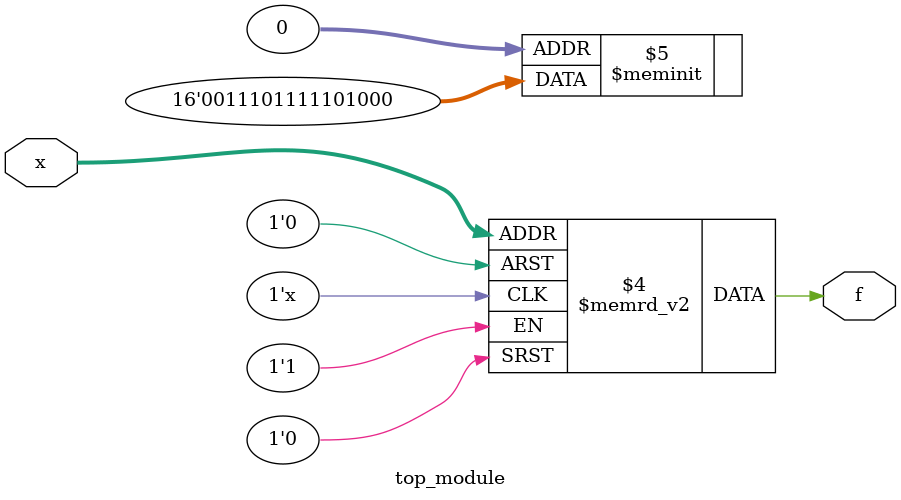
<source format=sv>
module top_module (
    input [4:1] x,
    output logic f
);

    always_comb begin
        case (x)
            4'b0000: f = 0;
            4'b0001: f = 0;
            4'b0010: f = 0;
            4'b0011: f = 1;
            4'b0100: f = 0;
            4'b0101: f = 1;
            4'b0110: f = 1;
            4'b0111: f = 1;
            4'b1000: f = 1;
            4'b1001: f = 1;
            4'b1010: f = 0;
            4'b1011: f = 1;
            4'b1100: f = 1;
            4'b1101: f = 1;
            default: f = 0; // Handling don't-cares as 0 for simplicity
        endcase
    end

endmodule

</source>
